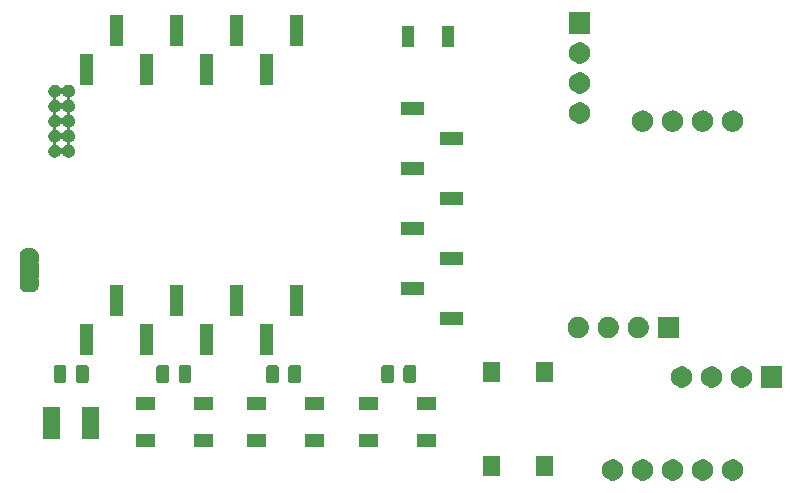
<source format=gbr>
%TF.GenerationSoftware,KiCad,Pcbnew,(5.1.5)-3*%
%TF.CreationDate,2020-03-09T23:17:30+02:00*%
%TF.ProjectId,iaq_device,6961715f-6465-4766-9963-652e6b696361,rev?*%
%TF.SameCoordinates,Original*%
%TF.FileFunction,Soldermask,Top*%
%TF.FilePolarity,Negative*%
%FSLAX46Y46*%
G04 Gerber Fmt 4.6, Leading zero omitted, Abs format (unit mm)*
G04 Created by KiCad (PCBNEW (5.1.5)-3) date 2020-03-09 23:17:30*
%MOMM*%
%LPD*%
G04 APERTURE LIST*
%ADD10C,0.100000*%
G04 APERTURE END LIST*
D10*
G36*
X163689512Y-113403927D02*
G01*
X163838812Y-113433624D01*
X164002784Y-113501544D01*
X164150354Y-113600147D01*
X164275853Y-113725646D01*
X164374456Y-113873216D01*
X164442376Y-114037188D01*
X164477000Y-114211259D01*
X164477000Y-114388741D01*
X164442376Y-114562812D01*
X164374456Y-114726784D01*
X164275853Y-114874354D01*
X164150354Y-114999853D01*
X164002784Y-115098456D01*
X163838812Y-115166376D01*
X163689512Y-115196073D01*
X163664742Y-115201000D01*
X163487258Y-115201000D01*
X163462488Y-115196073D01*
X163313188Y-115166376D01*
X163149216Y-115098456D01*
X163001646Y-114999853D01*
X162876147Y-114874354D01*
X162777544Y-114726784D01*
X162709624Y-114562812D01*
X162675000Y-114388741D01*
X162675000Y-114211259D01*
X162709624Y-114037188D01*
X162777544Y-113873216D01*
X162876147Y-113725646D01*
X163001646Y-113600147D01*
X163149216Y-113501544D01*
X163313188Y-113433624D01*
X163462488Y-113403927D01*
X163487258Y-113399000D01*
X163664742Y-113399000D01*
X163689512Y-113403927D01*
G37*
G36*
X161149512Y-113403927D02*
G01*
X161298812Y-113433624D01*
X161462784Y-113501544D01*
X161610354Y-113600147D01*
X161735853Y-113725646D01*
X161834456Y-113873216D01*
X161902376Y-114037188D01*
X161937000Y-114211259D01*
X161937000Y-114388741D01*
X161902376Y-114562812D01*
X161834456Y-114726784D01*
X161735853Y-114874354D01*
X161610354Y-114999853D01*
X161462784Y-115098456D01*
X161298812Y-115166376D01*
X161149512Y-115196073D01*
X161124742Y-115201000D01*
X160947258Y-115201000D01*
X160922488Y-115196073D01*
X160773188Y-115166376D01*
X160609216Y-115098456D01*
X160461646Y-114999853D01*
X160336147Y-114874354D01*
X160237544Y-114726784D01*
X160169624Y-114562812D01*
X160135000Y-114388741D01*
X160135000Y-114211259D01*
X160169624Y-114037188D01*
X160237544Y-113873216D01*
X160336147Y-113725646D01*
X160461646Y-113600147D01*
X160609216Y-113501544D01*
X160773188Y-113433624D01*
X160922488Y-113403927D01*
X160947258Y-113399000D01*
X161124742Y-113399000D01*
X161149512Y-113403927D01*
G37*
G36*
X158609512Y-113403927D02*
G01*
X158758812Y-113433624D01*
X158922784Y-113501544D01*
X159070354Y-113600147D01*
X159195853Y-113725646D01*
X159294456Y-113873216D01*
X159362376Y-114037188D01*
X159397000Y-114211259D01*
X159397000Y-114388741D01*
X159362376Y-114562812D01*
X159294456Y-114726784D01*
X159195853Y-114874354D01*
X159070354Y-114999853D01*
X158922784Y-115098456D01*
X158758812Y-115166376D01*
X158609512Y-115196073D01*
X158584742Y-115201000D01*
X158407258Y-115201000D01*
X158382488Y-115196073D01*
X158233188Y-115166376D01*
X158069216Y-115098456D01*
X157921646Y-114999853D01*
X157796147Y-114874354D01*
X157697544Y-114726784D01*
X157629624Y-114562812D01*
X157595000Y-114388741D01*
X157595000Y-114211259D01*
X157629624Y-114037188D01*
X157697544Y-113873216D01*
X157796147Y-113725646D01*
X157921646Y-113600147D01*
X158069216Y-113501544D01*
X158233188Y-113433624D01*
X158382488Y-113403927D01*
X158407258Y-113399000D01*
X158584742Y-113399000D01*
X158609512Y-113403927D01*
G37*
G36*
X153529512Y-113403927D02*
G01*
X153678812Y-113433624D01*
X153842784Y-113501544D01*
X153990354Y-113600147D01*
X154115853Y-113725646D01*
X154214456Y-113873216D01*
X154282376Y-114037188D01*
X154317000Y-114211259D01*
X154317000Y-114388741D01*
X154282376Y-114562812D01*
X154214456Y-114726784D01*
X154115853Y-114874354D01*
X153990354Y-114999853D01*
X153842784Y-115098456D01*
X153678812Y-115166376D01*
X153529512Y-115196073D01*
X153504742Y-115201000D01*
X153327258Y-115201000D01*
X153302488Y-115196073D01*
X153153188Y-115166376D01*
X152989216Y-115098456D01*
X152841646Y-114999853D01*
X152716147Y-114874354D01*
X152617544Y-114726784D01*
X152549624Y-114562812D01*
X152515000Y-114388741D01*
X152515000Y-114211259D01*
X152549624Y-114037188D01*
X152617544Y-113873216D01*
X152716147Y-113725646D01*
X152841646Y-113600147D01*
X152989216Y-113501544D01*
X153153188Y-113433624D01*
X153302488Y-113403927D01*
X153327258Y-113399000D01*
X153504742Y-113399000D01*
X153529512Y-113403927D01*
G37*
G36*
X156069512Y-113403927D02*
G01*
X156218812Y-113433624D01*
X156382784Y-113501544D01*
X156530354Y-113600147D01*
X156655853Y-113725646D01*
X156754456Y-113873216D01*
X156822376Y-114037188D01*
X156857000Y-114211259D01*
X156857000Y-114388741D01*
X156822376Y-114562812D01*
X156754456Y-114726784D01*
X156655853Y-114874354D01*
X156530354Y-114999853D01*
X156382784Y-115098456D01*
X156218812Y-115166376D01*
X156069512Y-115196073D01*
X156044742Y-115201000D01*
X155867258Y-115201000D01*
X155842488Y-115196073D01*
X155693188Y-115166376D01*
X155529216Y-115098456D01*
X155381646Y-114999853D01*
X155256147Y-114874354D01*
X155157544Y-114726784D01*
X155089624Y-114562812D01*
X155055000Y-114388741D01*
X155055000Y-114211259D01*
X155089624Y-114037188D01*
X155157544Y-113873216D01*
X155256147Y-113725646D01*
X155381646Y-113600147D01*
X155529216Y-113501544D01*
X155693188Y-113433624D01*
X155842488Y-113403927D01*
X155867258Y-113399000D01*
X156044742Y-113399000D01*
X156069512Y-113403927D01*
G37*
G36*
X143866000Y-114783000D02*
G01*
X142464000Y-114783000D01*
X142464000Y-113131000D01*
X143866000Y-113131000D01*
X143866000Y-114783000D01*
G37*
G36*
X148366000Y-114783000D02*
G01*
X146964000Y-114783000D01*
X146964000Y-113131000D01*
X148366000Y-113131000D01*
X148366000Y-114783000D01*
G37*
G36*
X133579000Y-112387000D02*
G01*
X131977000Y-112387000D01*
X131977000Y-111285000D01*
X133579000Y-111285000D01*
X133579000Y-112387000D01*
G37*
G36*
X119591000Y-112387000D02*
G01*
X117989000Y-112387000D01*
X117989000Y-111285000D01*
X119591000Y-111285000D01*
X119591000Y-112387000D01*
G37*
G36*
X114691000Y-112387000D02*
G01*
X113089000Y-112387000D01*
X113089000Y-111285000D01*
X114691000Y-111285000D01*
X114691000Y-112387000D01*
G37*
G36*
X128981000Y-112387000D02*
G01*
X127379000Y-112387000D01*
X127379000Y-111285000D01*
X128981000Y-111285000D01*
X128981000Y-112387000D01*
G37*
G36*
X124081000Y-112387000D02*
G01*
X122479000Y-112387000D01*
X122479000Y-111285000D01*
X124081000Y-111285000D01*
X124081000Y-112387000D01*
G37*
G36*
X138479000Y-112387000D02*
G01*
X136877000Y-112387000D01*
X136877000Y-111285000D01*
X138479000Y-111285000D01*
X138479000Y-112387000D01*
G37*
G36*
X106601000Y-111701000D02*
G01*
X105199000Y-111701000D01*
X105199000Y-108999000D01*
X106601000Y-108999000D01*
X106601000Y-111701000D01*
G37*
G36*
X109901000Y-111701000D02*
G01*
X108499000Y-111701000D01*
X108499000Y-108999000D01*
X109901000Y-108999000D01*
X109901000Y-111701000D01*
G37*
G36*
X138479000Y-109187000D02*
G01*
X136877000Y-109187000D01*
X136877000Y-108085000D01*
X138479000Y-108085000D01*
X138479000Y-109187000D01*
G37*
G36*
X133579000Y-109187000D02*
G01*
X131977000Y-109187000D01*
X131977000Y-108085000D01*
X133579000Y-108085000D01*
X133579000Y-109187000D01*
G37*
G36*
X128981000Y-109187000D02*
G01*
X127379000Y-109187000D01*
X127379000Y-108085000D01*
X128981000Y-108085000D01*
X128981000Y-109187000D01*
G37*
G36*
X114691000Y-109187000D02*
G01*
X113089000Y-109187000D01*
X113089000Y-108085000D01*
X114691000Y-108085000D01*
X114691000Y-109187000D01*
G37*
G36*
X119591000Y-109187000D02*
G01*
X117989000Y-109187000D01*
X117989000Y-108085000D01*
X119591000Y-108085000D01*
X119591000Y-109187000D01*
G37*
G36*
X124081000Y-109187000D02*
G01*
X122479000Y-109187000D01*
X122479000Y-108085000D01*
X124081000Y-108085000D01*
X124081000Y-109187000D01*
G37*
G36*
X159371512Y-105529927D02*
G01*
X159520812Y-105559624D01*
X159684784Y-105627544D01*
X159832354Y-105726147D01*
X159957853Y-105851646D01*
X160056456Y-105999216D01*
X160124376Y-106163188D01*
X160159000Y-106337259D01*
X160159000Y-106514741D01*
X160124376Y-106688812D01*
X160056456Y-106852784D01*
X159957853Y-107000354D01*
X159832354Y-107125853D01*
X159684784Y-107224456D01*
X159520812Y-107292376D01*
X159371512Y-107322073D01*
X159346742Y-107327000D01*
X159169258Y-107327000D01*
X159144488Y-107322073D01*
X158995188Y-107292376D01*
X158831216Y-107224456D01*
X158683646Y-107125853D01*
X158558147Y-107000354D01*
X158459544Y-106852784D01*
X158391624Y-106688812D01*
X158357000Y-106514741D01*
X158357000Y-106337259D01*
X158391624Y-106163188D01*
X158459544Y-105999216D01*
X158558147Y-105851646D01*
X158683646Y-105726147D01*
X158831216Y-105627544D01*
X158995188Y-105559624D01*
X159144488Y-105529927D01*
X159169258Y-105525000D01*
X159346742Y-105525000D01*
X159371512Y-105529927D01*
G37*
G36*
X167779000Y-107327000D02*
G01*
X165977000Y-107327000D01*
X165977000Y-105525000D01*
X167779000Y-105525000D01*
X167779000Y-107327000D01*
G37*
G36*
X161911512Y-105529927D02*
G01*
X162060812Y-105559624D01*
X162224784Y-105627544D01*
X162372354Y-105726147D01*
X162497853Y-105851646D01*
X162596456Y-105999216D01*
X162664376Y-106163188D01*
X162699000Y-106337259D01*
X162699000Y-106514741D01*
X162664376Y-106688812D01*
X162596456Y-106852784D01*
X162497853Y-107000354D01*
X162372354Y-107125853D01*
X162224784Y-107224456D01*
X162060812Y-107292376D01*
X161911512Y-107322073D01*
X161886742Y-107327000D01*
X161709258Y-107327000D01*
X161684488Y-107322073D01*
X161535188Y-107292376D01*
X161371216Y-107224456D01*
X161223646Y-107125853D01*
X161098147Y-107000354D01*
X160999544Y-106852784D01*
X160931624Y-106688812D01*
X160897000Y-106514741D01*
X160897000Y-106337259D01*
X160931624Y-106163188D01*
X160999544Y-105999216D01*
X161098147Y-105851646D01*
X161223646Y-105726147D01*
X161371216Y-105627544D01*
X161535188Y-105559624D01*
X161684488Y-105529927D01*
X161709258Y-105525000D01*
X161886742Y-105525000D01*
X161911512Y-105529927D01*
G37*
G36*
X164451512Y-105529927D02*
G01*
X164600812Y-105559624D01*
X164764784Y-105627544D01*
X164912354Y-105726147D01*
X165037853Y-105851646D01*
X165136456Y-105999216D01*
X165204376Y-106163188D01*
X165239000Y-106337259D01*
X165239000Y-106514741D01*
X165204376Y-106688812D01*
X165136456Y-106852784D01*
X165037853Y-107000354D01*
X164912354Y-107125853D01*
X164764784Y-107224456D01*
X164600812Y-107292376D01*
X164451512Y-107322073D01*
X164426742Y-107327000D01*
X164249258Y-107327000D01*
X164224488Y-107322073D01*
X164075188Y-107292376D01*
X163911216Y-107224456D01*
X163763646Y-107125853D01*
X163638147Y-107000354D01*
X163539544Y-106852784D01*
X163471624Y-106688812D01*
X163437000Y-106514741D01*
X163437000Y-106337259D01*
X163471624Y-106163188D01*
X163539544Y-105999216D01*
X163638147Y-105851646D01*
X163763646Y-105726147D01*
X163911216Y-105627544D01*
X164075188Y-105559624D01*
X164224488Y-105529927D01*
X164249258Y-105525000D01*
X164426742Y-105525000D01*
X164451512Y-105529927D01*
G37*
G36*
X124988968Y-105425565D02*
G01*
X125027638Y-105437296D01*
X125063277Y-105456346D01*
X125094517Y-105481983D01*
X125120154Y-105513223D01*
X125139204Y-105548862D01*
X125150935Y-105587532D01*
X125155500Y-105633888D01*
X125155500Y-106710112D01*
X125150935Y-106756468D01*
X125139204Y-106795138D01*
X125120154Y-106830777D01*
X125094517Y-106862017D01*
X125063277Y-106887654D01*
X125027638Y-106906704D01*
X124988968Y-106918435D01*
X124942612Y-106923000D01*
X124291388Y-106923000D01*
X124245032Y-106918435D01*
X124206362Y-106906704D01*
X124170723Y-106887654D01*
X124139483Y-106862017D01*
X124113846Y-106830777D01*
X124094796Y-106795138D01*
X124083065Y-106756468D01*
X124078500Y-106710112D01*
X124078500Y-105633888D01*
X124083065Y-105587532D01*
X124094796Y-105548862D01*
X124113846Y-105513223D01*
X124139483Y-105481983D01*
X124170723Y-105456346D01*
X124206362Y-105437296D01*
X124245032Y-105425565D01*
X124291388Y-105421000D01*
X124942612Y-105421000D01*
X124988968Y-105425565D01*
G37*
G36*
X117570968Y-105425565D02*
G01*
X117609638Y-105437296D01*
X117645277Y-105456346D01*
X117676517Y-105481983D01*
X117702154Y-105513223D01*
X117721204Y-105548862D01*
X117732935Y-105587532D01*
X117737500Y-105633888D01*
X117737500Y-106710112D01*
X117732935Y-106756468D01*
X117721204Y-106795138D01*
X117702154Y-106830777D01*
X117676517Y-106862017D01*
X117645277Y-106887654D01*
X117609638Y-106906704D01*
X117570968Y-106918435D01*
X117524612Y-106923000D01*
X116873388Y-106923000D01*
X116827032Y-106918435D01*
X116788362Y-106906704D01*
X116752723Y-106887654D01*
X116721483Y-106862017D01*
X116695846Y-106830777D01*
X116676796Y-106795138D01*
X116665065Y-106756468D01*
X116660500Y-106710112D01*
X116660500Y-105633888D01*
X116665065Y-105587532D01*
X116676796Y-105548862D01*
X116695846Y-105513223D01*
X116721483Y-105481983D01*
X116752723Y-105456346D01*
X116788362Y-105437296D01*
X116827032Y-105425565D01*
X116873388Y-105421000D01*
X117524612Y-105421000D01*
X117570968Y-105425565D01*
G37*
G36*
X126863968Y-105425565D02*
G01*
X126902638Y-105437296D01*
X126938277Y-105456346D01*
X126969517Y-105481983D01*
X126995154Y-105513223D01*
X127014204Y-105548862D01*
X127025935Y-105587532D01*
X127030500Y-105633888D01*
X127030500Y-106710112D01*
X127025935Y-106756468D01*
X127014204Y-106795138D01*
X126995154Y-106830777D01*
X126969517Y-106862017D01*
X126938277Y-106887654D01*
X126902638Y-106906704D01*
X126863968Y-106918435D01*
X126817612Y-106923000D01*
X126166388Y-106923000D01*
X126120032Y-106918435D01*
X126081362Y-106906704D01*
X126045723Y-106887654D01*
X126014483Y-106862017D01*
X125988846Y-106830777D01*
X125969796Y-106795138D01*
X125958065Y-106756468D01*
X125953500Y-106710112D01*
X125953500Y-105633888D01*
X125958065Y-105587532D01*
X125969796Y-105548862D01*
X125988846Y-105513223D01*
X126014483Y-105481983D01*
X126045723Y-105456346D01*
X126081362Y-105437296D01*
X126120032Y-105425565D01*
X126166388Y-105421000D01*
X126817612Y-105421000D01*
X126863968Y-105425565D01*
G37*
G36*
X134740968Y-105425565D02*
G01*
X134779638Y-105437296D01*
X134815277Y-105456346D01*
X134846517Y-105481983D01*
X134872154Y-105513223D01*
X134891204Y-105548862D01*
X134902935Y-105587532D01*
X134907500Y-105633888D01*
X134907500Y-106710112D01*
X134902935Y-106756468D01*
X134891204Y-106795138D01*
X134872154Y-106830777D01*
X134846517Y-106862017D01*
X134815277Y-106887654D01*
X134779638Y-106906704D01*
X134740968Y-106918435D01*
X134694612Y-106923000D01*
X134043388Y-106923000D01*
X133997032Y-106918435D01*
X133958362Y-106906704D01*
X133922723Y-106887654D01*
X133891483Y-106862017D01*
X133865846Y-106830777D01*
X133846796Y-106795138D01*
X133835065Y-106756468D01*
X133830500Y-106710112D01*
X133830500Y-105633888D01*
X133835065Y-105587532D01*
X133846796Y-105548862D01*
X133865846Y-105513223D01*
X133891483Y-105481983D01*
X133922723Y-105456346D01*
X133958362Y-105437296D01*
X133997032Y-105425565D01*
X134043388Y-105421000D01*
X134694612Y-105421000D01*
X134740968Y-105425565D01*
G37*
G36*
X136615968Y-105425565D02*
G01*
X136654638Y-105437296D01*
X136690277Y-105456346D01*
X136721517Y-105481983D01*
X136747154Y-105513223D01*
X136766204Y-105548862D01*
X136777935Y-105587532D01*
X136782500Y-105633888D01*
X136782500Y-106710112D01*
X136777935Y-106756468D01*
X136766204Y-106795138D01*
X136747154Y-106830777D01*
X136721517Y-106862017D01*
X136690277Y-106887654D01*
X136654638Y-106906704D01*
X136615968Y-106918435D01*
X136569612Y-106923000D01*
X135918388Y-106923000D01*
X135872032Y-106918435D01*
X135833362Y-106906704D01*
X135797723Y-106887654D01*
X135766483Y-106862017D01*
X135740846Y-106830777D01*
X135721796Y-106795138D01*
X135710065Y-106756468D01*
X135705500Y-106710112D01*
X135705500Y-105633888D01*
X135710065Y-105587532D01*
X135721796Y-105548862D01*
X135740846Y-105513223D01*
X135766483Y-105481983D01*
X135797723Y-105456346D01*
X135833362Y-105437296D01*
X135872032Y-105425565D01*
X135918388Y-105421000D01*
X136569612Y-105421000D01*
X136615968Y-105425565D01*
G37*
G36*
X108878468Y-105425565D02*
G01*
X108917138Y-105437296D01*
X108952777Y-105456346D01*
X108984017Y-105481983D01*
X109009654Y-105513223D01*
X109028704Y-105548862D01*
X109040435Y-105587532D01*
X109045000Y-105633888D01*
X109045000Y-106710112D01*
X109040435Y-106756468D01*
X109028704Y-106795138D01*
X109009654Y-106830777D01*
X108984017Y-106862017D01*
X108952777Y-106887654D01*
X108917138Y-106906704D01*
X108878468Y-106918435D01*
X108832112Y-106923000D01*
X108180888Y-106923000D01*
X108134532Y-106918435D01*
X108095862Y-106906704D01*
X108060223Y-106887654D01*
X108028983Y-106862017D01*
X108003346Y-106830777D01*
X107984296Y-106795138D01*
X107972565Y-106756468D01*
X107968000Y-106710112D01*
X107968000Y-105633888D01*
X107972565Y-105587532D01*
X107984296Y-105548862D01*
X108003346Y-105513223D01*
X108028983Y-105481983D01*
X108060223Y-105456346D01*
X108095862Y-105437296D01*
X108134532Y-105425565D01*
X108180888Y-105421000D01*
X108832112Y-105421000D01*
X108878468Y-105425565D01*
G37*
G36*
X107003468Y-105425565D02*
G01*
X107042138Y-105437296D01*
X107077777Y-105456346D01*
X107109017Y-105481983D01*
X107134654Y-105513223D01*
X107153704Y-105548862D01*
X107165435Y-105587532D01*
X107170000Y-105633888D01*
X107170000Y-106710112D01*
X107165435Y-106756468D01*
X107153704Y-106795138D01*
X107134654Y-106830777D01*
X107109017Y-106862017D01*
X107077777Y-106887654D01*
X107042138Y-106906704D01*
X107003468Y-106918435D01*
X106957112Y-106923000D01*
X106305888Y-106923000D01*
X106259532Y-106918435D01*
X106220862Y-106906704D01*
X106185223Y-106887654D01*
X106153983Y-106862017D01*
X106128346Y-106830777D01*
X106109296Y-106795138D01*
X106097565Y-106756468D01*
X106093000Y-106710112D01*
X106093000Y-105633888D01*
X106097565Y-105587532D01*
X106109296Y-105548862D01*
X106128346Y-105513223D01*
X106153983Y-105481983D01*
X106185223Y-105456346D01*
X106220862Y-105437296D01*
X106259532Y-105425565D01*
X106305888Y-105421000D01*
X106957112Y-105421000D01*
X107003468Y-105425565D01*
G37*
G36*
X115695968Y-105425565D02*
G01*
X115734638Y-105437296D01*
X115770277Y-105456346D01*
X115801517Y-105481983D01*
X115827154Y-105513223D01*
X115846204Y-105548862D01*
X115857935Y-105587532D01*
X115862500Y-105633888D01*
X115862500Y-106710112D01*
X115857935Y-106756468D01*
X115846204Y-106795138D01*
X115827154Y-106830777D01*
X115801517Y-106862017D01*
X115770277Y-106887654D01*
X115734638Y-106906704D01*
X115695968Y-106918435D01*
X115649612Y-106923000D01*
X114998388Y-106923000D01*
X114952032Y-106918435D01*
X114913362Y-106906704D01*
X114877723Y-106887654D01*
X114846483Y-106862017D01*
X114820846Y-106830777D01*
X114801796Y-106795138D01*
X114790065Y-106756468D01*
X114785500Y-106710112D01*
X114785500Y-105633888D01*
X114790065Y-105587532D01*
X114801796Y-105548862D01*
X114820846Y-105513223D01*
X114846483Y-105481983D01*
X114877723Y-105456346D01*
X114913362Y-105437296D01*
X114952032Y-105425565D01*
X114998388Y-105421000D01*
X115649612Y-105421000D01*
X115695968Y-105425565D01*
G37*
G36*
X148366000Y-106833000D02*
G01*
X146964000Y-106833000D01*
X146964000Y-105181000D01*
X148366000Y-105181000D01*
X148366000Y-106833000D01*
G37*
G36*
X143866000Y-106833000D02*
G01*
X142464000Y-106833000D01*
X142464000Y-105181000D01*
X143866000Y-105181000D01*
X143866000Y-106833000D01*
G37*
G36*
X114470000Y-104556000D02*
G01*
X113368000Y-104556000D01*
X113368000Y-101944000D01*
X114470000Y-101944000D01*
X114470000Y-104556000D01*
G37*
G36*
X124630000Y-104556000D02*
G01*
X123528000Y-104556000D01*
X123528000Y-101944000D01*
X124630000Y-101944000D01*
X124630000Y-104556000D01*
G37*
G36*
X109390000Y-104556000D02*
G01*
X108288000Y-104556000D01*
X108288000Y-101944000D01*
X109390000Y-101944000D01*
X109390000Y-104556000D01*
G37*
G36*
X119550000Y-104556000D02*
G01*
X118448000Y-104556000D01*
X118448000Y-101944000D01*
X119550000Y-101944000D01*
X119550000Y-104556000D01*
G37*
G36*
X150608512Y-101338927D02*
G01*
X150757812Y-101368624D01*
X150921784Y-101436544D01*
X151069354Y-101535147D01*
X151194853Y-101660646D01*
X151293456Y-101808216D01*
X151361376Y-101972188D01*
X151396000Y-102146259D01*
X151396000Y-102323741D01*
X151361376Y-102497812D01*
X151293456Y-102661784D01*
X151194853Y-102809354D01*
X151069354Y-102934853D01*
X150921784Y-103033456D01*
X150757812Y-103101376D01*
X150608512Y-103131073D01*
X150583742Y-103136000D01*
X150406258Y-103136000D01*
X150381488Y-103131073D01*
X150232188Y-103101376D01*
X150068216Y-103033456D01*
X149920646Y-102934853D01*
X149795147Y-102809354D01*
X149696544Y-102661784D01*
X149628624Y-102497812D01*
X149594000Y-102323741D01*
X149594000Y-102146259D01*
X149628624Y-101972188D01*
X149696544Y-101808216D01*
X149795147Y-101660646D01*
X149920646Y-101535147D01*
X150068216Y-101436544D01*
X150232188Y-101368624D01*
X150381488Y-101338927D01*
X150406258Y-101334000D01*
X150583742Y-101334000D01*
X150608512Y-101338927D01*
G37*
G36*
X155688512Y-101338927D02*
G01*
X155837812Y-101368624D01*
X156001784Y-101436544D01*
X156149354Y-101535147D01*
X156274853Y-101660646D01*
X156373456Y-101808216D01*
X156441376Y-101972188D01*
X156476000Y-102146259D01*
X156476000Y-102323741D01*
X156441376Y-102497812D01*
X156373456Y-102661784D01*
X156274853Y-102809354D01*
X156149354Y-102934853D01*
X156001784Y-103033456D01*
X155837812Y-103101376D01*
X155688512Y-103131073D01*
X155663742Y-103136000D01*
X155486258Y-103136000D01*
X155461488Y-103131073D01*
X155312188Y-103101376D01*
X155148216Y-103033456D01*
X155000646Y-102934853D01*
X154875147Y-102809354D01*
X154776544Y-102661784D01*
X154708624Y-102497812D01*
X154674000Y-102323741D01*
X154674000Y-102146259D01*
X154708624Y-101972188D01*
X154776544Y-101808216D01*
X154875147Y-101660646D01*
X155000646Y-101535147D01*
X155148216Y-101436544D01*
X155312188Y-101368624D01*
X155461488Y-101338927D01*
X155486258Y-101334000D01*
X155663742Y-101334000D01*
X155688512Y-101338927D01*
G37*
G36*
X159016000Y-103136000D02*
G01*
X157214000Y-103136000D01*
X157214000Y-101334000D01*
X159016000Y-101334000D01*
X159016000Y-103136000D01*
G37*
G36*
X153148512Y-101338927D02*
G01*
X153297812Y-101368624D01*
X153461784Y-101436544D01*
X153609354Y-101535147D01*
X153734853Y-101660646D01*
X153833456Y-101808216D01*
X153901376Y-101972188D01*
X153936000Y-102146259D01*
X153936000Y-102323741D01*
X153901376Y-102497812D01*
X153833456Y-102661784D01*
X153734853Y-102809354D01*
X153609354Y-102934853D01*
X153461784Y-103033456D01*
X153297812Y-103101376D01*
X153148512Y-103131073D01*
X153123742Y-103136000D01*
X152946258Y-103136000D01*
X152921488Y-103131073D01*
X152772188Y-103101376D01*
X152608216Y-103033456D01*
X152460646Y-102934853D01*
X152335147Y-102809354D01*
X152236544Y-102661784D01*
X152168624Y-102497812D01*
X152134000Y-102323741D01*
X152134000Y-102146259D01*
X152168624Y-101972188D01*
X152236544Y-101808216D01*
X152335147Y-101660646D01*
X152460646Y-101535147D01*
X152608216Y-101436544D01*
X152772188Y-101368624D01*
X152921488Y-101338927D01*
X152946258Y-101334000D01*
X153123742Y-101334000D01*
X153148512Y-101338927D01*
G37*
G36*
X140763500Y-102024000D02*
G01*
X138761500Y-102024000D01*
X138761500Y-100922000D01*
X140763500Y-100922000D01*
X140763500Y-102024000D01*
G37*
G36*
X127170000Y-101256000D02*
G01*
X126068000Y-101256000D01*
X126068000Y-98644000D01*
X127170000Y-98644000D01*
X127170000Y-101256000D01*
G37*
G36*
X122090000Y-101256000D02*
G01*
X120988000Y-101256000D01*
X120988000Y-98644000D01*
X122090000Y-98644000D01*
X122090000Y-101256000D01*
G37*
G36*
X117010000Y-101256000D02*
G01*
X115908000Y-101256000D01*
X115908000Y-98644000D01*
X117010000Y-98644000D01*
X117010000Y-101256000D01*
G37*
G36*
X111930000Y-101256000D02*
G01*
X110828000Y-101256000D01*
X110828000Y-98644000D01*
X111930000Y-98644000D01*
X111930000Y-101256000D01*
G37*
G36*
X137463500Y-99484000D02*
G01*
X135461500Y-99484000D01*
X135461500Y-98382000D01*
X137463500Y-98382000D01*
X137463500Y-99484000D01*
G37*
G36*
X104275199Y-95528954D02*
G01*
X104287450Y-95529556D01*
X104305869Y-95529556D01*
X104328149Y-95531750D01*
X104412233Y-95548476D01*
X104433660Y-95554976D01*
X104512858Y-95587780D01*
X104518303Y-95590691D01*
X104518309Y-95590693D01*
X104527169Y-95595429D01*
X104527173Y-95595432D01*
X104532614Y-95598340D01*
X104603899Y-95645971D01*
X104621204Y-95660172D01*
X104681828Y-95720796D01*
X104696029Y-95738101D01*
X104743660Y-95809386D01*
X104746568Y-95814827D01*
X104746571Y-95814831D01*
X104751307Y-95823691D01*
X104751309Y-95823697D01*
X104754220Y-95829142D01*
X104787024Y-95908340D01*
X104793524Y-95929767D01*
X104810250Y-96013851D01*
X104812444Y-96036131D01*
X104812444Y-96054550D01*
X104813046Y-96066801D01*
X104814852Y-96085139D01*
X104814852Y-96622860D01*
X104813263Y-96638999D01*
X104808855Y-96653528D01*
X104803394Y-96666711D01*
X104798612Y-96690745D01*
X104798611Y-96715249D01*
X104803391Y-96739282D01*
X104812768Y-96761921D01*
X104814000Y-96763765D01*
X104814000Y-97995050D01*
X104807525Y-98007164D01*
X104800412Y-98030613D01*
X104798010Y-98054999D01*
X104800412Y-98079385D01*
X104807525Y-98102834D01*
X104809848Y-98107746D01*
X104813263Y-98119001D01*
X104814852Y-98135140D01*
X104814852Y-98672862D01*
X104813046Y-98691199D01*
X104812444Y-98703450D01*
X104812444Y-98721869D01*
X104810250Y-98744149D01*
X104793524Y-98828233D01*
X104787024Y-98849660D01*
X104754220Y-98928858D01*
X104751309Y-98934303D01*
X104751307Y-98934309D01*
X104746571Y-98943169D01*
X104746568Y-98943173D01*
X104743660Y-98948614D01*
X104696029Y-99019899D01*
X104681828Y-99037204D01*
X104621204Y-99097828D01*
X104603899Y-99112029D01*
X104532614Y-99159660D01*
X104527173Y-99162568D01*
X104527169Y-99162571D01*
X104518309Y-99167307D01*
X104518303Y-99167309D01*
X104512858Y-99170220D01*
X104433660Y-99203024D01*
X104412233Y-99209524D01*
X104328149Y-99226250D01*
X104305869Y-99228444D01*
X104287450Y-99228444D01*
X104275199Y-99229046D01*
X104256862Y-99230852D01*
X103769138Y-99230852D01*
X103750801Y-99229046D01*
X103738550Y-99228444D01*
X103720131Y-99228444D01*
X103697851Y-99226250D01*
X103613767Y-99209524D01*
X103592340Y-99203024D01*
X103513142Y-99170220D01*
X103507697Y-99167309D01*
X103507691Y-99167307D01*
X103498831Y-99162571D01*
X103498827Y-99162568D01*
X103493386Y-99159660D01*
X103422101Y-99112029D01*
X103404796Y-99097828D01*
X103344172Y-99037204D01*
X103329971Y-99019899D01*
X103282340Y-98948614D01*
X103279432Y-98943173D01*
X103279429Y-98943169D01*
X103274693Y-98934309D01*
X103274691Y-98934303D01*
X103271780Y-98928858D01*
X103238976Y-98849660D01*
X103232476Y-98828233D01*
X103215750Y-98744149D01*
X103213556Y-98721869D01*
X103213556Y-98703450D01*
X103212954Y-98691199D01*
X103211148Y-98672862D01*
X103211148Y-98135140D01*
X103212737Y-98119001D01*
X103217145Y-98104472D01*
X103222606Y-98091289D01*
X103227388Y-98067255D01*
X103227389Y-98042751D01*
X103222609Y-98018718D01*
X103213232Y-97996079D01*
X103212000Y-97994235D01*
X103212000Y-96762950D01*
X103218475Y-96750836D01*
X103225588Y-96727387D01*
X103227990Y-96703001D01*
X103225588Y-96678615D01*
X103218475Y-96655166D01*
X103216152Y-96650254D01*
X103212737Y-96638999D01*
X103211148Y-96622860D01*
X103211148Y-96085139D01*
X103212954Y-96066801D01*
X103213556Y-96054550D01*
X103213556Y-96036131D01*
X103215750Y-96013851D01*
X103232476Y-95929767D01*
X103238976Y-95908340D01*
X103271780Y-95829142D01*
X103274691Y-95823697D01*
X103274693Y-95823691D01*
X103279429Y-95814831D01*
X103279432Y-95814827D01*
X103282340Y-95809386D01*
X103329971Y-95738101D01*
X103344172Y-95720796D01*
X103404796Y-95660172D01*
X103422101Y-95645971D01*
X103493386Y-95598340D01*
X103498827Y-95595432D01*
X103498831Y-95595429D01*
X103507691Y-95590693D01*
X103507697Y-95590691D01*
X103513142Y-95587780D01*
X103592340Y-95554976D01*
X103613767Y-95548476D01*
X103697851Y-95531750D01*
X103720131Y-95529556D01*
X103738550Y-95529556D01*
X103750801Y-95528954D01*
X103769139Y-95527148D01*
X104256861Y-95527148D01*
X104275199Y-95528954D01*
G37*
G36*
X140763500Y-96944000D02*
G01*
X138761500Y-96944000D01*
X138761500Y-95842000D01*
X140763500Y-95842000D01*
X140763500Y-96944000D01*
G37*
G36*
X137463500Y-94404000D02*
G01*
X135461500Y-94404000D01*
X135461500Y-93302000D01*
X137463500Y-93302000D01*
X137463500Y-94404000D01*
G37*
G36*
X140763500Y-91864000D02*
G01*
X138761500Y-91864000D01*
X138761500Y-90762000D01*
X140763500Y-90762000D01*
X140763500Y-91864000D01*
G37*
G36*
X137463500Y-89324000D02*
G01*
X135461500Y-89324000D01*
X135461500Y-88222000D01*
X137463500Y-88222000D01*
X137463500Y-89324000D01*
G37*
G36*
X106340721Y-81680174D02*
G01*
X106440995Y-81721709D01*
X106440996Y-81721710D01*
X106531242Y-81782010D01*
X106607990Y-81858758D01*
X106607991Y-81858760D01*
X106607994Y-81858763D01*
X106656068Y-81930710D01*
X106671613Y-81949652D01*
X106690555Y-81965197D01*
X106712166Y-81976748D01*
X106735615Y-81983861D01*
X106760001Y-81986263D01*
X106784387Y-81983861D01*
X106807836Y-81976748D01*
X106829446Y-81965196D01*
X106848388Y-81949651D01*
X106863932Y-81930710D01*
X106912006Y-81858763D01*
X106912009Y-81858760D01*
X106912010Y-81858758D01*
X106988758Y-81782010D01*
X107079004Y-81721710D01*
X107079005Y-81721709D01*
X107179279Y-81680174D01*
X107285730Y-81659000D01*
X107394270Y-81659000D01*
X107500721Y-81680174D01*
X107600995Y-81721709D01*
X107600996Y-81721710D01*
X107691242Y-81782010D01*
X107767990Y-81858758D01*
X107767991Y-81858760D01*
X107828291Y-81949005D01*
X107869826Y-82049279D01*
X107891000Y-82155730D01*
X107891000Y-82264270D01*
X107869826Y-82370721D01*
X107828291Y-82470995D01*
X107798345Y-82515812D01*
X107767990Y-82561242D01*
X107691242Y-82637990D01*
X107645812Y-82668345D01*
X107600995Y-82698291D01*
X107525611Y-82729516D01*
X107504000Y-82741067D01*
X107485059Y-82756612D01*
X107469513Y-82775554D01*
X107457962Y-82797165D01*
X107450849Y-82820614D01*
X107448447Y-82845000D01*
X107450849Y-82869386D01*
X107457962Y-82892835D01*
X107469513Y-82914446D01*
X107485058Y-82933387D01*
X107504000Y-82948933D01*
X107525611Y-82960484D01*
X107600995Y-82991709D01*
X107600996Y-82991710D01*
X107691242Y-83052010D01*
X107767990Y-83128758D01*
X107767991Y-83128760D01*
X107828291Y-83219005D01*
X107869826Y-83319279D01*
X107891000Y-83425730D01*
X107891000Y-83534270D01*
X107869826Y-83640721D01*
X107828291Y-83740995D01*
X107798345Y-83785812D01*
X107767990Y-83831242D01*
X107691242Y-83907990D01*
X107645812Y-83938345D01*
X107600995Y-83968291D01*
X107525611Y-83999516D01*
X107504000Y-84011067D01*
X107485059Y-84026612D01*
X107469513Y-84045554D01*
X107457962Y-84067165D01*
X107450849Y-84090614D01*
X107448447Y-84115000D01*
X107450849Y-84139386D01*
X107457962Y-84162835D01*
X107469513Y-84184446D01*
X107485058Y-84203387D01*
X107504000Y-84218933D01*
X107525611Y-84230484D01*
X107600995Y-84261709D01*
X107600996Y-84261710D01*
X107691242Y-84322010D01*
X107767990Y-84398758D01*
X107767991Y-84398760D01*
X107828291Y-84489005D01*
X107869826Y-84589279D01*
X107891000Y-84695730D01*
X107891000Y-84804270D01*
X107869826Y-84910721D01*
X107828291Y-85010995D01*
X107798345Y-85055812D01*
X107767990Y-85101242D01*
X107691242Y-85177990D01*
X107645812Y-85208345D01*
X107600995Y-85238291D01*
X107525611Y-85269516D01*
X107504000Y-85281067D01*
X107485059Y-85296612D01*
X107469513Y-85315554D01*
X107457962Y-85337165D01*
X107450849Y-85360614D01*
X107448447Y-85385000D01*
X107450849Y-85409386D01*
X107457962Y-85432835D01*
X107469513Y-85454446D01*
X107485058Y-85473387D01*
X107504000Y-85488933D01*
X107525611Y-85500484D01*
X107600995Y-85531709D01*
X107600996Y-85531710D01*
X107691242Y-85592010D01*
X107767990Y-85668758D01*
X107767991Y-85668760D01*
X107828291Y-85759005D01*
X107869826Y-85859279D01*
X107891000Y-85965730D01*
X107891000Y-86074270D01*
X107869826Y-86180721D01*
X107828291Y-86280995D01*
X107798345Y-86325812D01*
X107767990Y-86371242D01*
X107691242Y-86447990D01*
X107645812Y-86478345D01*
X107600995Y-86508291D01*
X107525611Y-86539516D01*
X107504000Y-86551067D01*
X107485059Y-86566612D01*
X107469513Y-86585554D01*
X107457962Y-86607165D01*
X107450849Y-86630614D01*
X107448447Y-86655000D01*
X107450849Y-86679386D01*
X107457962Y-86702835D01*
X107469513Y-86724446D01*
X107485058Y-86743387D01*
X107504000Y-86758933D01*
X107525611Y-86770484D01*
X107600995Y-86801709D01*
X107600996Y-86801710D01*
X107691242Y-86862010D01*
X107767990Y-86938758D01*
X107767991Y-86938760D01*
X107828291Y-87029005D01*
X107869826Y-87129279D01*
X107891000Y-87235730D01*
X107891000Y-87344270D01*
X107869826Y-87450721D01*
X107828291Y-87550995D01*
X107798345Y-87595812D01*
X107767990Y-87641242D01*
X107691242Y-87717990D01*
X107645812Y-87748345D01*
X107600995Y-87778291D01*
X107500721Y-87819826D01*
X107394270Y-87841000D01*
X107285730Y-87841000D01*
X107179279Y-87819826D01*
X107079005Y-87778291D01*
X107034188Y-87748345D01*
X106988758Y-87717990D01*
X106912010Y-87641242D01*
X106912008Y-87641239D01*
X106912006Y-87641237D01*
X106863932Y-87569290D01*
X106848387Y-87550348D01*
X106829445Y-87534803D01*
X106807834Y-87523252D01*
X106784385Y-87516139D01*
X106759999Y-87513737D01*
X106735613Y-87516139D01*
X106712164Y-87523252D01*
X106690554Y-87534804D01*
X106671612Y-87550349D01*
X106656068Y-87569290D01*
X106607994Y-87641237D01*
X106607992Y-87641239D01*
X106607990Y-87641242D01*
X106531242Y-87717990D01*
X106485812Y-87748345D01*
X106440995Y-87778291D01*
X106340721Y-87819826D01*
X106234270Y-87841000D01*
X106125730Y-87841000D01*
X106019279Y-87819826D01*
X105919005Y-87778291D01*
X105874188Y-87748345D01*
X105828758Y-87717990D01*
X105752010Y-87641242D01*
X105721655Y-87595812D01*
X105691709Y-87550995D01*
X105650174Y-87450721D01*
X105629000Y-87344270D01*
X105629000Y-87235730D01*
X105650174Y-87129279D01*
X105691709Y-87029005D01*
X105752009Y-86938760D01*
X105752010Y-86938758D01*
X105828758Y-86862010D01*
X105919004Y-86801710D01*
X105919005Y-86801709D01*
X105994389Y-86770484D01*
X106016000Y-86758933D01*
X106034941Y-86743388D01*
X106050487Y-86724446D01*
X106062038Y-86702835D01*
X106069151Y-86679386D01*
X106071553Y-86655000D01*
X106288447Y-86655000D01*
X106290849Y-86679386D01*
X106297962Y-86702835D01*
X106309513Y-86724446D01*
X106325058Y-86743387D01*
X106344000Y-86758933D01*
X106365611Y-86770484D01*
X106440995Y-86801709D01*
X106440996Y-86801710D01*
X106531242Y-86862010D01*
X106607990Y-86938758D01*
X106607991Y-86938760D01*
X106607994Y-86938763D01*
X106656068Y-87010710D01*
X106671613Y-87029652D01*
X106690555Y-87045197D01*
X106712166Y-87056748D01*
X106735615Y-87063861D01*
X106760001Y-87066263D01*
X106784387Y-87063861D01*
X106807836Y-87056748D01*
X106829446Y-87045196D01*
X106848388Y-87029651D01*
X106863932Y-87010710D01*
X106912006Y-86938763D01*
X106912009Y-86938760D01*
X106912010Y-86938758D01*
X106988758Y-86862010D01*
X107079004Y-86801710D01*
X107079005Y-86801709D01*
X107154389Y-86770484D01*
X107176000Y-86758933D01*
X107194941Y-86743388D01*
X107210487Y-86724446D01*
X107222038Y-86702835D01*
X107229151Y-86679386D01*
X107231553Y-86655000D01*
X107229151Y-86630614D01*
X107222038Y-86607165D01*
X107210487Y-86585554D01*
X107194942Y-86566613D01*
X107176000Y-86551067D01*
X107154389Y-86539516D01*
X107079005Y-86508291D01*
X107034188Y-86478345D01*
X106988758Y-86447990D01*
X106912010Y-86371242D01*
X106912008Y-86371239D01*
X106912006Y-86371237D01*
X106863932Y-86299290D01*
X106848387Y-86280348D01*
X106829445Y-86264803D01*
X106807834Y-86253252D01*
X106784385Y-86246139D01*
X106759999Y-86243737D01*
X106735613Y-86246139D01*
X106712164Y-86253252D01*
X106690554Y-86264804D01*
X106671612Y-86280349D01*
X106656068Y-86299290D01*
X106607994Y-86371237D01*
X106607992Y-86371239D01*
X106607990Y-86371242D01*
X106531242Y-86447990D01*
X106485812Y-86478345D01*
X106440995Y-86508291D01*
X106365611Y-86539516D01*
X106344000Y-86551067D01*
X106325059Y-86566612D01*
X106309513Y-86585554D01*
X106297962Y-86607165D01*
X106290849Y-86630614D01*
X106288447Y-86655000D01*
X106071553Y-86655000D01*
X106069151Y-86630614D01*
X106062038Y-86607165D01*
X106050487Y-86585554D01*
X106034942Y-86566613D01*
X106016000Y-86551067D01*
X105994389Y-86539516D01*
X105919005Y-86508291D01*
X105874188Y-86478345D01*
X105828758Y-86447990D01*
X105752010Y-86371242D01*
X105721655Y-86325812D01*
X105691709Y-86280995D01*
X105650174Y-86180721D01*
X105629000Y-86074270D01*
X105629000Y-85965730D01*
X105650174Y-85859279D01*
X105691709Y-85759005D01*
X105752009Y-85668760D01*
X105752010Y-85668758D01*
X105828758Y-85592010D01*
X105919004Y-85531710D01*
X105919005Y-85531709D01*
X105994389Y-85500484D01*
X106016000Y-85488933D01*
X106034941Y-85473388D01*
X106050487Y-85454446D01*
X106062038Y-85432835D01*
X106069151Y-85409386D01*
X106071553Y-85385000D01*
X106288447Y-85385000D01*
X106290849Y-85409386D01*
X106297962Y-85432835D01*
X106309513Y-85454446D01*
X106325058Y-85473387D01*
X106344000Y-85488933D01*
X106365611Y-85500484D01*
X106440995Y-85531709D01*
X106440996Y-85531710D01*
X106531242Y-85592010D01*
X106607990Y-85668758D01*
X106607991Y-85668760D01*
X106607994Y-85668763D01*
X106656068Y-85740710D01*
X106671613Y-85759652D01*
X106690555Y-85775197D01*
X106712166Y-85786748D01*
X106735615Y-85793861D01*
X106760001Y-85796263D01*
X106784387Y-85793861D01*
X106807836Y-85786748D01*
X106829446Y-85775196D01*
X106848388Y-85759651D01*
X106863932Y-85740710D01*
X106912006Y-85668763D01*
X106912009Y-85668760D01*
X106912010Y-85668758D01*
X106988758Y-85592010D01*
X107079004Y-85531710D01*
X107079005Y-85531709D01*
X107154389Y-85500484D01*
X107176000Y-85488933D01*
X107194941Y-85473388D01*
X107210487Y-85454446D01*
X107222038Y-85432835D01*
X107229151Y-85409386D01*
X107231553Y-85385000D01*
X107229151Y-85360614D01*
X107222038Y-85337165D01*
X107210487Y-85315554D01*
X107194942Y-85296613D01*
X107176000Y-85281067D01*
X107154389Y-85269516D01*
X107079005Y-85238291D01*
X107034188Y-85208345D01*
X106988758Y-85177990D01*
X106912010Y-85101242D01*
X106912008Y-85101239D01*
X106912006Y-85101237D01*
X106863932Y-85029290D01*
X106848387Y-85010348D01*
X106829445Y-84994803D01*
X106807834Y-84983252D01*
X106784385Y-84976139D01*
X106759999Y-84973737D01*
X106735613Y-84976139D01*
X106712164Y-84983252D01*
X106690554Y-84994804D01*
X106671612Y-85010349D01*
X106656068Y-85029290D01*
X106607994Y-85101237D01*
X106607992Y-85101239D01*
X106607990Y-85101242D01*
X106531242Y-85177990D01*
X106485812Y-85208345D01*
X106440995Y-85238291D01*
X106365611Y-85269516D01*
X106344000Y-85281067D01*
X106325059Y-85296612D01*
X106309513Y-85315554D01*
X106297962Y-85337165D01*
X106290849Y-85360614D01*
X106288447Y-85385000D01*
X106071553Y-85385000D01*
X106069151Y-85360614D01*
X106062038Y-85337165D01*
X106050487Y-85315554D01*
X106034942Y-85296613D01*
X106016000Y-85281067D01*
X105994389Y-85269516D01*
X105919005Y-85238291D01*
X105874188Y-85208345D01*
X105828758Y-85177990D01*
X105752010Y-85101242D01*
X105721655Y-85055812D01*
X105691709Y-85010995D01*
X105650174Y-84910721D01*
X105629000Y-84804270D01*
X105629000Y-84695730D01*
X105650174Y-84589279D01*
X105691709Y-84489005D01*
X105752009Y-84398760D01*
X105752010Y-84398758D01*
X105828758Y-84322010D01*
X105919004Y-84261710D01*
X105919005Y-84261709D01*
X105994389Y-84230484D01*
X106016000Y-84218933D01*
X106034941Y-84203388D01*
X106050487Y-84184446D01*
X106062038Y-84162835D01*
X106069151Y-84139386D01*
X106071553Y-84115000D01*
X106288447Y-84115000D01*
X106290849Y-84139386D01*
X106297962Y-84162835D01*
X106309513Y-84184446D01*
X106325058Y-84203387D01*
X106344000Y-84218933D01*
X106365611Y-84230484D01*
X106440995Y-84261709D01*
X106440996Y-84261710D01*
X106531242Y-84322010D01*
X106607990Y-84398758D01*
X106607991Y-84398760D01*
X106607994Y-84398763D01*
X106656068Y-84470710D01*
X106671613Y-84489652D01*
X106690555Y-84505197D01*
X106712166Y-84516748D01*
X106735615Y-84523861D01*
X106760001Y-84526263D01*
X106784387Y-84523861D01*
X106807836Y-84516748D01*
X106829446Y-84505196D01*
X106848388Y-84489651D01*
X106863932Y-84470710D01*
X106912006Y-84398763D01*
X106912009Y-84398760D01*
X106912010Y-84398758D01*
X106988758Y-84322010D01*
X107079004Y-84261710D01*
X107079005Y-84261709D01*
X107154389Y-84230484D01*
X107176000Y-84218933D01*
X107194941Y-84203388D01*
X107210487Y-84184446D01*
X107222038Y-84162835D01*
X107229151Y-84139386D01*
X107231553Y-84115000D01*
X107229151Y-84090614D01*
X107222038Y-84067165D01*
X107210487Y-84045554D01*
X107194942Y-84026613D01*
X107176000Y-84011067D01*
X107154389Y-83999516D01*
X107079005Y-83968291D01*
X107034188Y-83938345D01*
X106988758Y-83907990D01*
X106912010Y-83831242D01*
X106912008Y-83831239D01*
X106912006Y-83831237D01*
X106863932Y-83759290D01*
X106848387Y-83740348D01*
X106829445Y-83724803D01*
X106807834Y-83713252D01*
X106784385Y-83706139D01*
X106759999Y-83703737D01*
X106735613Y-83706139D01*
X106712164Y-83713252D01*
X106690554Y-83724804D01*
X106671612Y-83740349D01*
X106656068Y-83759290D01*
X106607994Y-83831237D01*
X106607992Y-83831239D01*
X106607990Y-83831242D01*
X106531242Y-83907990D01*
X106485812Y-83938345D01*
X106440995Y-83968291D01*
X106365611Y-83999516D01*
X106344000Y-84011067D01*
X106325059Y-84026612D01*
X106309513Y-84045554D01*
X106297962Y-84067165D01*
X106290849Y-84090614D01*
X106288447Y-84115000D01*
X106071553Y-84115000D01*
X106069151Y-84090614D01*
X106062038Y-84067165D01*
X106050487Y-84045554D01*
X106034942Y-84026613D01*
X106016000Y-84011067D01*
X105994389Y-83999516D01*
X105919005Y-83968291D01*
X105874188Y-83938345D01*
X105828758Y-83907990D01*
X105752010Y-83831242D01*
X105721655Y-83785812D01*
X105691709Y-83740995D01*
X105650174Y-83640721D01*
X105629000Y-83534270D01*
X105629000Y-83425730D01*
X105650174Y-83319279D01*
X105691709Y-83219005D01*
X105752009Y-83128760D01*
X105752010Y-83128758D01*
X105828758Y-83052010D01*
X105919004Y-82991710D01*
X105919005Y-82991709D01*
X105994389Y-82960484D01*
X106016000Y-82948933D01*
X106034941Y-82933388D01*
X106050487Y-82914446D01*
X106062038Y-82892835D01*
X106069151Y-82869386D01*
X106071553Y-82845000D01*
X106288447Y-82845000D01*
X106290849Y-82869386D01*
X106297962Y-82892835D01*
X106309513Y-82914446D01*
X106325058Y-82933387D01*
X106344000Y-82948933D01*
X106365611Y-82960484D01*
X106440995Y-82991709D01*
X106440996Y-82991710D01*
X106531242Y-83052010D01*
X106607990Y-83128758D01*
X106607991Y-83128760D01*
X106607994Y-83128763D01*
X106656068Y-83200710D01*
X106671613Y-83219652D01*
X106690555Y-83235197D01*
X106712166Y-83246748D01*
X106735615Y-83253861D01*
X106760001Y-83256263D01*
X106784387Y-83253861D01*
X106807836Y-83246748D01*
X106829446Y-83235196D01*
X106848388Y-83219651D01*
X106863932Y-83200710D01*
X106912006Y-83128763D01*
X106912009Y-83128760D01*
X106912010Y-83128758D01*
X106988758Y-83052010D01*
X107079004Y-82991710D01*
X107079005Y-82991709D01*
X107154389Y-82960484D01*
X107176000Y-82948933D01*
X107194941Y-82933388D01*
X107210487Y-82914446D01*
X107222038Y-82892835D01*
X107229151Y-82869386D01*
X107231553Y-82845000D01*
X107229151Y-82820614D01*
X107222038Y-82797165D01*
X107210487Y-82775554D01*
X107194942Y-82756613D01*
X107176000Y-82741067D01*
X107154389Y-82729516D01*
X107079005Y-82698291D01*
X107034188Y-82668345D01*
X106988758Y-82637990D01*
X106912010Y-82561242D01*
X106912008Y-82561239D01*
X106912006Y-82561237D01*
X106863932Y-82489290D01*
X106848387Y-82470348D01*
X106829445Y-82454803D01*
X106807834Y-82443252D01*
X106784385Y-82436139D01*
X106759999Y-82433737D01*
X106735613Y-82436139D01*
X106712164Y-82443252D01*
X106690554Y-82454804D01*
X106671612Y-82470349D01*
X106656068Y-82489290D01*
X106607994Y-82561237D01*
X106607992Y-82561239D01*
X106607990Y-82561242D01*
X106531242Y-82637990D01*
X106485812Y-82668345D01*
X106440995Y-82698291D01*
X106365611Y-82729516D01*
X106344000Y-82741067D01*
X106325059Y-82756612D01*
X106309513Y-82775554D01*
X106297962Y-82797165D01*
X106290849Y-82820614D01*
X106288447Y-82845000D01*
X106071553Y-82845000D01*
X106069151Y-82820614D01*
X106062038Y-82797165D01*
X106050487Y-82775554D01*
X106034942Y-82756613D01*
X106016000Y-82741067D01*
X105994389Y-82729516D01*
X105919005Y-82698291D01*
X105874188Y-82668345D01*
X105828758Y-82637990D01*
X105752010Y-82561242D01*
X105721655Y-82515812D01*
X105691709Y-82470995D01*
X105650174Y-82370721D01*
X105629000Y-82264270D01*
X105629000Y-82155730D01*
X105650174Y-82049279D01*
X105691709Y-81949005D01*
X105752009Y-81858760D01*
X105752010Y-81858758D01*
X105828758Y-81782010D01*
X105919004Y-81721710D01*
X105919005Y-81721709D01*
X106019279Y-81680174D01*
X106125730Y-81659000D01*
X106234270Y-81659000D01*
X106340721Y-81680174D01*
G37*
G36*
X140763500Y-86784000D02*
G01*
X138761500Y-86784000D01*
X138761500Y-85682000D01*
X140763500Y-85682000D01*
X140763500Y-86784000D01*
G37*
G36*
X161149512Y-83863927D02*
G01*
X161298812Y-83893624D01*
X161462784Y-83961544D01*
X161610354Y-84060147D01*
X161735853Y-84185646D01*
X161834456Y-84333216D01*
X161902376Y-84497188D01*
X161937000Y-84671259D01*
X161937000Y-84848741D01*
X161902376Y-85022812D01*
X161834456Y-85186784D01*
X161735853Y-85334354D01*
X161610354Y-85459853D01*
X161462784Y-85558456D01*
X161298812Y-85626376D01*
X161149512Y-85656073D01*
X161124742Y-85661000D01*
X160947258Y-85661000D01*
X160922488Y-85656073D01*
X160773188Y-85626376D01*
X160609216Y-85558456D01*
X160461646Y-85459853D01*
X160336147Y-85334354D01*
X160237544Y-85186784D01*
X160169624Y-85022812D01*
X160135000Y-84848741D01*
X160135000Y-84671259D01*
X160169624Y-84497188D01*
X160237544Y-84333216D01*
X160336147Y-84185646D01*
X160461646Y-84060147D01*
X160609216Y-83961544D01*
X160773188Y-83893624D01*
X160922488Y-83863927D01*
X160947258Y-83859000D01*
X161124742Y-83859000D01*
X161149512Y-83863927D01*
G37*
G36*
X163689512Y-83863927D02*
G01*
X163838812Y-83893624D01*
X164002784Y-83961544D01*
X164150354Y-84060147D01*
X164275853Y-84185646D01*
X164374456Y-84333216D01*
X164442376Y-84497188D01*
X164477000Y-84671259D01*
X164477000Y-84848741D01*
X164442376Y-85022812D01*
X164374456Y-85186784D01*
X164275853Y-85334354D01*
X164150354Y-85459853D01*
X164002784Y-85558456D01*
X163838812Y-85626376D01*
X163689512Y-85656073D01*
X163664742Y-85661000D01*
X163487258Y-85661000D01*
X163462488Y-85656073D01*
X163313188Y-85626376D01*
X163149216Y-85558456D01*
X163001646Y-85459853D01*
X162876147Y-85334354D01*
X162777544Y-85186784D01*
X162709624Y-85022812D01*
X162675000Y-84848741D01*
X162675000Y-84671259D01*
X162709624Y-84497188D01*
X162777544Y-84333216D01*
X162876147Y-84185646D01*
X163001646Y-84060147D01*
X163149216Y-83961544D01*
X163313188Y-83893624D01*
X163462488Y-83863927D01*
X163487258Y-83859000D01*
X163664742Y-83859000D01*
X163689512Y-83863927D01*
G37*
G36*
X158609512Y-83863927D02*
G01*
X158758812Y-83893624D01*
X158922784Y-83961544D01*
X159070354Y-84060147D01*
X159195853Y-84185646D01*
X159294456Y-84333216D01*
X159362376Y-84497188D01*
X159397000Y-84671259D01*
X159397000Y-84848741D01*
X159362376Y-85022812D01*
X159294456Y-85186784D01*
X159195853Y-85334354D01*
X159070354Y-85459853D01*
X158922784Y-85558456D01*
X158758812Y-85626376D01*
X158609512Y-85656073D01*
X158584742Y-85661000D01*
X158407258Y-85661000D01*
X158382488Y-85656073D01*
X158233188Y-85626376D01*
X158069216Y-85558456D01*
X157921646Y-85459853D01*
X157796147Y-85334354D01*
X157697544Y-85186784D01*
X157629624Y-85022812D01*
X157595000Y-84848741D01*
X157595000Y-84671259D01*
X157629624Y-84497188D01*
X157697544Y-84333216D01*
X157796147Y-84185646D01*
X157921646Y-84060147D01*
X158069216Y-83961544D01*
X158233188Y-83893624D01*
X158382488Y-83863927D01*
X158407258Y-83859000D01*
X158584742Y-83859000D01*
X158609512Y-83863927D01*
G37*
G36*
X156069512Y-83863927D02*
G01*
X156218812Y-83893624D01*
X156382784Y-83961544D01*
X156530354Y-84060147D01*
X156655853Y-84185646D01*
X156754456Y-84333216D01*
X156822376Y-84497188D01*
X156857000Y-84671259D01*
X156857000Y-84848741D01*
X156822376Y-85022812D01*
X156754456Y-85186784D01*
X156655853Y-85334354D01*
X156530354Y-85459853D01*
X156382784Y-85558456D01*
X156218812Y-85626376D01*
X156069512Y-85656073D01*
X156044742Y-85661000D01*
X155867258Y-85661000D01*
X155842488Y-85656073D01*
X155693188Y-85626376D01*
X155529216Y-85558456D01*
X155381646Y-85459853D01*
X155256147Y-85334354D01*
X155157544Y-85186784D01*
X155089624Y-85022812D01*
X155055000Y-84848741D01*
X155055000Y-84671259D01*
X155089624Y-84497188D01*
X155157544Y-84333216D01*
X155256147Y-84185646D01*
X155381646Y-84060147D01*
X155529216Y-83961544D01*
X155693188Y-83893624D01*
X155842488Y-83863927D01*
X155867258Y-83859000D01*
X156044742Y-83859000D01*
X156069512Y-83863927D01*
G37*
G36*
X150735512Y-83177927D02*
G01*
X150884812Y-83207624D01*
X151048784Y-83275544D01*
X151196354Y-83374147D01*
X151321853Y-83499646D01*
X151420456Y-83647216D01*
X151488376Y-83811188D01*
X151518073Y-83960488D01*
X151523000Y-83985258D01*
X151523000Y-84162742D01*
X151518683Y-84184446D01*
X151488376Y-84336812D01*
X151420456Y-84500784D01*
X151321853Y-84648354D01*
X151196354Y-84773853D01*
X151048784Y-84872456D01*
X150884812Y-84940376D01*
X150735512Y-84970073D01*
X150710742Y-84975000D01*
X150533258Y-84975000D01*
X150508488Y-84970073D01*
X150359188Y-84940376D01*
X150195216Y-84872456D01*
X150047646Y-84773853D01*
X149922147Y-84648354D01*
X149823544Y-84500784D01*
X149755624Y-84336812D01*
X149725317Y-84184446D01*
X149721000Y-84162742D01*
X149721000Y-83985258D01*
X149725927Y-83960488D01*
X149755624Y-83811188D01*
X149823544Y-83647216D01*
X149922147Y-83499646D01*
X150047646Y-83374147D01*
X150195216Y-83275544D01*
X150359188Y-83207624D01*
X150508488Y-83177927D01*
X150533258Y-83173000D01*
X150710742Y-83173000D01*
X150735512Y-83177927D01*
G37*
G36*
X137463500Y-84244000D02*
G01*
X135461500Y-84244000D01*
X135461500Y-83142000D01*
X137463500Y-83142000D01*
X137463500Y-84244000D01*
G37*
G36*
X150735512Y-80637927D02*
G01*
X150884812Y-80667624D01*
X151048784Y-80735544D01*
X151196354Y-80834147D01*
X151321853Y-80959646D01*
X151420456Y-81107216D01*
X151488376Y-81271188D01*
X151523000Y-81445259D01*
X151523000Y-81622741D01*
X151488376Y-81796812D01*
X151420456Y-81960784D01*
X151321853Y-82108354D01*
X151196354Y-82233853D01*
X151048784Y-82332456D01*
X150884812Y-82400376D01*
X150735512Y-82430073D01*
X150710742Y-82435000D01*
X150533258Y-82435000D01*
X150508488Y-82430073D01*
X150359188Y-82400376D01*
X150195216Y-82332456D01*
X150047646Y-82233853D01*
X149922147Y-82108354D01*
X149823544Y-81960784D01*
X149755624Y-81796812D01*
X149721000Y-81622741D01*
X149721000Y-81445259D01*
X149755624Y-81271188D01*
X149823544Y-81107216D01*
X149922147Y-80959646D01*
X150047646Y-80834147D01*
X150195216Y-80735544D01*
X150359188Y-80667624D01*
X150508488Y-80637927D01*
X150533258Y-80633000D01*
X150710742Y-80633000D01*
X150735512Y-80637927D01*
G37*
G36*
X109390000Y-81696000D02*
G01*
X108288000Y-81696000D01*
X108288000Y-79084000D01*
X109390000Y-79084000D01*
X109390000Y-81696000D01*
G37*
G36*
X124630000Y-81696000D02*
G01*
X123528000Y-81696000D01*
X123528000Y-79084000D01*
X124630000Y-79084000D01*
X124630000Y-81696000D01*
G37*
G36*
X119550000Y-81696000D02*
G01*
X118448000Y-81696000D01*
X118448000Y-79084000D01*
X119550000Y-79084000D01*
X119550000Y-81696000D01*
G37*
G36*
X114470000Y-81696000D02*
G01*
X113368000Y-81696000D01*
X113368000Y-79084000D01*
X114470000Y-79084000D01*
X114470000Y-81696000D01*
G37*
G36*
X150735512Y-78097927D02*
G01*
X150884812Y-78127624D01*
X151048784Y-78195544D01*
X151196354Y-78294147D01*
X151321853Y-78419646D01*
X151420456Y-78567216D01*
X151488376Y-78731188D01*
X151523000Y-78905259D01*
X151523000Y-79082741D01*
X151488376Y-79256812D01*
X151420456Y-79420784D01*
X151321853Y-79568354D01*
X151196354Y-79693853D01*
X151048784Y-79792456D01*
X150884812Y-79860376D01*
X150735512Y-79890073D01*
X150710742Y-79895000D01*
X150533258Y-79895000D01*
X150508488Y-79890073D01*
X150359188Y-79860376D01*
X150195216Y-79792456D01*
X150047646Y-79693853D01*
X149922147Y-79568354D01*
X149823544Y-79420784D01*
X149755624Y-79256812D01*
X149721000Y-79082741D01*
X149721000Y-78905259D01*
X149755624Y-78731188D01*
X149823544Y-78567216D01*
X149922147Y-78419646D01*
X150047646Y-78294147D01*
X150195216Y-78195544D01*
X150359188Y-78127624D01*
X150508488Y-78097927D01*
X150533258Y-78093000D01*
X150710742Y-78093000D01*
X150735512Y-78097927D01*
G37*
G36*
X136596000Y-78498000D02*
G01*
X135594000Y-78498000D01*
X135594000Y-76696000D01*
X136596000Y-76696000D01*
X136596000Y-78498000D01*
G37*
G36*
X139996000Y-78498000D02*
G01*
X138994000Y-78498000D01*
X138994000Y-76696000D01*
X139996000Y-76696000D01*
X139996000Y-78498000D01*
G37*
G36*
X127170000Y-78396000D02*
G01*
X126068000Y-78396000D01*
X126068000Y-75784000D01*
X127170000Y-75784000D01*
X127170000Y-78396000D01*
G37*
G36*
X122090000Y-78396000D02*
G01*
X120988000Y-78396000D01*
X120988000Y-75784000D01*
X122090000Y-75784000D01*
X122090000Y-78396000D01*
G37*
G36*
X117010000Y-78396000D02*
G01*
X115908000Y-78396000D01*
X115908000Y-75784000D01*
X117010000Y-75784000D01*
X117010000Y-78396000D01*
G37*
G36*
X111930000Y-78396000D02*
G01*
X110828000Y-78396000D01*
X110828000Y-75784000D01*
X111930000Y-75784000D01*
X111930000Y-78396000D01*
G37*
G36*
X151523000Y-77355000D02*
G01*
X149721000Y-77355000D01*
X149721000Y-75553000D01*
X151523000Y-75553000D01*
X151523000Y-77355000D01*
G37*
M02*

</source>
